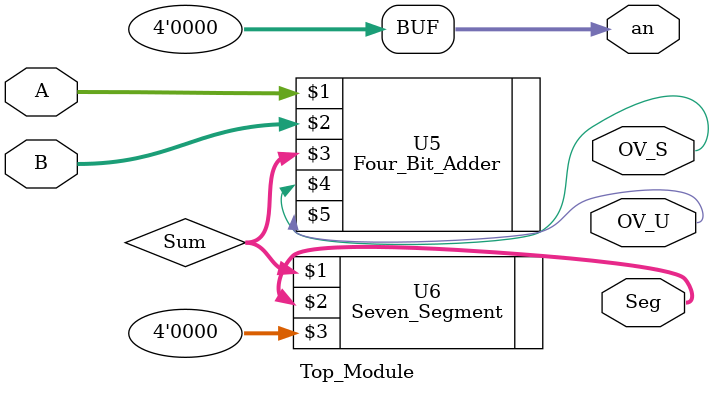
<source format=v>
`timescale 1ns / 1ps


module Top_Module(
    input [3:0] A,
    input [3:0] B,
    output [3:0] an,
    output [6:0] Seg,
    output OV_S,
    output OV_U
    );
    
    wire [3:0] Sum;
    assign an=4'b0000;
    
    //instantiate the four bit adder and seven segment module
    Four_Bit_Adder U5(A,B,Sum,OV_S,OV_U);
    Seven_Segment U6(Sum, Seg, an);
    
    
endmodule

</source>
